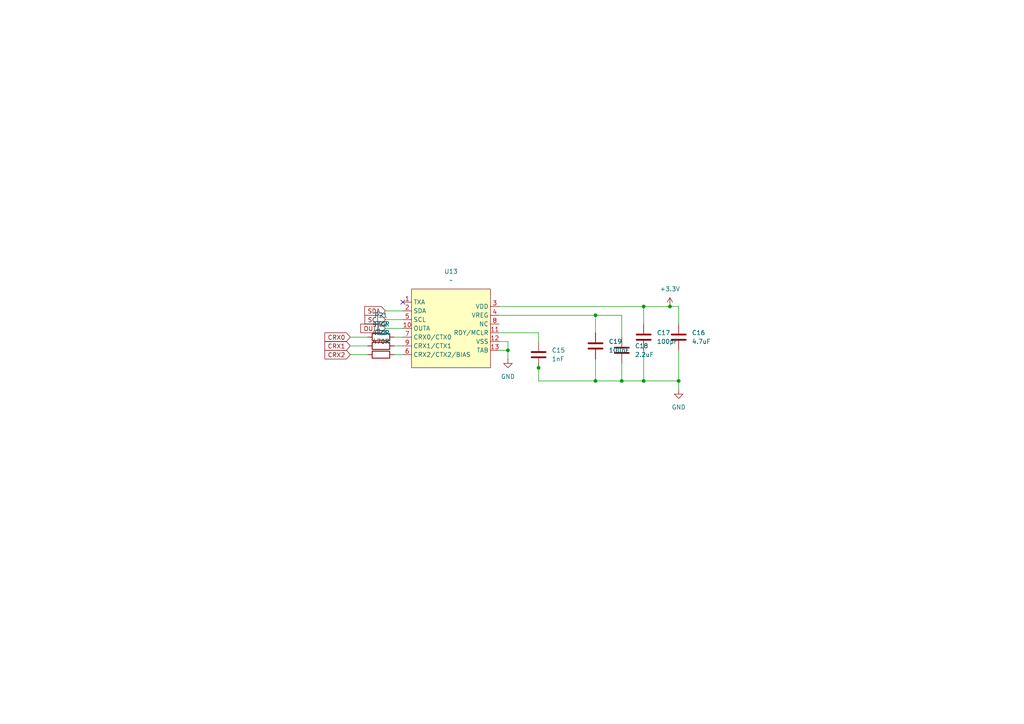
<source format=kicad_sch>
(kicad_sch (version 20250114) (generator "eeschema") (generator_version "9.0")
  (paper "A4")
  (lib_symbols
    (symbol "Device:C" (pin_numbers (hide yes)) (pin_names (offset 0.254))
      (property "Reference" "C" (at 0.635 2.54 0))
      (property "Value" "C" (at 0.635 -2.54 0))
      (symbol "C_0_1"
        (polyline (pts (xy -2.032 0.762) (xy 2.032 0.762)) (stroke (width 0.508)))
        (polyline (pts (xy -2.032 -0.762) (xy 2.032 -0.762)) (stroke (width 0.508)))
      )
      (symbol "C_1_1"
        (pin passive line (at 0 3.81 270) (length 2.794) (name "~") (number "1"))
        (pin passive line (at 0 -3.81 90) (length 2.794) (name "~") (number "2"))
      )
    )
    (symbol "Device:R" (pin_numbers (hide yes)) (pin_names (offset 0))
      (property "Reference" "R" (at 2.032 0 90))
      (property "Value" "R" (at 0 0 90))
      (symbol "R_0_1"
        (rectangle (start -1.016 -2.54) (end 1.016 2.54) (stroke (width 0.254)))
      )
      (symbol "R_1_1"
        (pin passive line (at 0 3.81 270) (length 1.27) (name "~") (number "1"))
        (pin passive line (at 0 -3.81 90) (length 1.27) (name "~") (number "2"))
      )
    )
    (symbol "Power_Supervisor:IQS323-DFN-12N"
      (property "Reference" "U" (at 0 0 0))
      (symbol "IQS323-DFN-12N_1_1"
        (rectangle (start -11.43 -1.27) (end 11.43 -24.13) (fill (type background)))
        (pin input line (at -13.97 -5.08 0) (length 2.54) (name "TXA") (number "1"))
        (pin input line (at -13.97 -7.62 0) (length 2.54) (name "SDA") (number "2"))
        (pin input line (at -13.97 -10.16 0) (length 2.54) (name "SCL") (number "5"))
        (pin input line (at -13.97 -12.7 0) (length 2.54) (name "OUTA") (number "10"))
        (pin input line (at -13.97 -15.24 0) (length 2.54) (name "CRX0/CTX0") (number "7"))
        (pin input line (at -13.97 -17.78 0) (length 2.54) (name "CRX1/CTX1") (number "9"))
        (pin input line (at -13.97 -20.32 0) (length 2.54) (name "CRX2/CTX2/BIAS") (number "6"))
        (pin input line (at 13.97 -6.35 180) (length 2.54) (name "VDD") (number "3"))
        (pin input line (at 13.97 -8.89 180) (length 2.54) (name "VREG") (number "4"))
        (pin input line (at 13.97 -11.43 180) (length 2.54) (name "NC") (number "8"))
        (pin input line (at 13.97 -13.97 180) (length 2.54) (name "RDY/MCLR") (number "11"))
        (pin input line (at 13.97 -16.51 180) (length 2.54) (name "VSS") (number "12"))
        (pin input line (at 13.97 -19.05 180) (length 2.54) (name "TAB") (number "13"))
      )
    )
    (symbol "power:+3.3V" (power) (pin_numbers (hide yes)) (pin_names (offset 0) (hide yes))
      (property "Value" "+3.3V" (at 0 3.556 0))
      (symbol "+3.3V_0_1"
        (polyline (pts (xy -0.762 1.27) (xy 0 2.54)))
        (polyline (pts (xy 0 2.54) (xy 0.762 1.27)))
        (polyline (pts (xy 0 0) (xy 0 2.54)))
      )
      (symbol "+3.3V_1_1"
        (pin power_in line (at 0 0 90) (length 0) (name "~") (number "1"))
      )
    )
    (symbol "power:GND" (power) (pin_numbers (hide yes)) (pin_names (offset 0) (hide yes))
      (property "Value" "GND" (at 0 -3.81 0))
      (symbol "GND_0_1"
        (polyline (pts (xy 0 0) (xy 0 -1.27) (xy 1.27 -1.27) (xy 0 -2.54) (xy -1.27 -1.27) (xy 0 -1.27)))
      )
      (symbol "GND_1_1"
        (pin power_in line (at 0 0 270) (length 0) (name "~") (number "1"))
      )
    )
  )
  (junction (at 186.69 110.49))
  (junction (at 172.72 110.49))
  (junction (at 180.34 110.49))
  (junction (at 196.85 110.49))
  (junction (at 194.31 88.9))
  (junction (at 147.32 101.6))
  (junction (at 172.72 91.44))
  (junction (at 156.21 106.68))
  (junction (at 186.69 88.9))
  (no_connect (at 116.84 87.63))
  (wire (pts (xy 144.78 99.06) (xy 147.32 99.06)))
  (wire (pts (xy 180.34 91.44) (xy 180.34 97.79)))
  (wire (pts (xy 101.6 102.87) (xy 106.68 102.87)))
  (wire (pts (xy 144.78 96.52) (xy 156.21 96.52)))
  (wire (pts (xy 186.69 101.6) (xy 186.69 110.49)))
  (wire (pts (xy 114.3 100.33) (xy 116.84 100.33)))
  (wire (pts (xy 144.78 88.9) (xy 186.69 88.9)))
  (wire (pts (xy 156.21 106.68) (xy 156.21 110.49)))
  (wire (pts (xy 172.72 91.44) (xy 172.72 96.52)))
  (wire (pts (xy 114.3 97.79) (xy 116.84 97.79)))
  (wire (pts (xy 186.69 88.9) (xy 194.31 88.9)))
  (wire (pts (xy 172.72 110.49) (xy 180.34 110.49)))
  (wire (pts (xy 156.21 105.41) (xy 156.21 106.68)))
  (wire (pts (xy 156.21 96.52) (xy 156.21 99.06)))
  (wire (pts (xy 101.6 100.33) (xy 106.68 100.33)))
  (wire (pts (xy 186.69 88.9) (xy 186.69 93.98)))
  (wire (pts (xy 196.85 101.6) (xy 196.85 110.49)))
  (wire (pts (xy 180.34 110.49) (xy 186.69 110.49)))
  (wire (pts (xy 101.6 97.79) (xy 106.68 97.79)))
  (wire (pts (xy 111.76 95.25) (xy 116.84 95.25)))
  (wire (pts (xy 196.85 88.9) (xy 196.85 93.98)))
  (wire (pts (xy 147.32 99.06) (xy 147.32 101.6)))
  (wire (pts (xy 156.21 110.49) (xy 172.72 110.49)))
  (wire (pts (xy 172.72 91.44) (xy 180.34 91.44)))
  (wire (pts (xy 111.76 92.71) (xy 116.84 92.71)))
  (wire (pts (xy 194.31 88.9) (xy 196.85 88.9)))
  (wire (pts (xy 180.34 105.41) (xy 180.34 110.49)))
  (wire (pts (xy 172.72 104.14) (xy 172.72 110.49)))
  (wire (pts (xy 144.78 91.44) (xy 172.72 91.44)))
  (wire (pts (xy 114.3 102.87) (xy 116.84 102.87)))
  (wire (pts (xy 196.85 110.49) (xy 196.85 113.03)))
  (wire (pts (xy 186.69 110.49) (xy 196.85 110.49)))
  (wire (pts (xy 144.78 101.6) (xy 147.32 101.6)))
  (wire (pts (xy 147.32 101.6) (xy 147.32 104.14)))
  (wire (pts (xy 111.76 90.17) (xy 116.84 90.17)))
  (global_label "SDA" (shape input) (at 111.76 90.17 180) (property "Intersheetrefs" "${INTERSHEET_REFS}" (effects (hide yes))))
  (global_label "OUTA" (shape input) (at 111.76 95.25 180) (property "Intersheetrefs" "${INTERSHEET_REFS}" (effects (hide yes))))
  (global_label "CRX0" (shape input) (at 101.6 97.79 180) (property "Intersheetrefs" "${INTERSHEET_REFS}" (effects (hide yes))))
  (global_label "CRX1" (shape input) (at 101.6 100.33 180) (property "Intersheetrefs" "${INTERSHEET_REFS}" (effects (hide yes))))
  (global_label "CRX2" (shape input) (at 101.6 102.87 180) (property "Intersheetrefs" "${INTERSHEET_REFS}" (effects (hide yes))))
  (global_label "SCL" (shape input) (at 111.76 92.71 180) (property "Intersheetrefs" "${INTERSHEET_REFS}" (effects (hide yes))))
  (symbol (lib_id "Device:C") (at 186.69 97.79 0) (unit 1)
    (property "Reference" "C17" (at 190.5 96.5199 0) (effects (justify left)))
    (property "Value" "100pF" (at 190.5 99.0599 0) (effects (justify left)))
    (property "Footprint" "Capacitor_SMD:C_0603_1608Metric" (effects (hide yes)))
    (property "Description" "Unpolarized capacitor" (effects (hide yes)))
  )
  (symbol (lib_id "Device:C") (at 156.21 102.87 0) (unit 1)
    (property "Reference" "C15" (at 160.02 101.5999 0) (effects (justify left)))
    (property "Value" "1nF" (at 160.02 104.1399 0) (effects (justify left)))
    (property "Footprint" "Capacitor_SMD:C_0603_1608Metric" (effects (hide yes)))
    (property "Description" "Unpolarized capacitor" (effects (hide yes)))
  )
  (symbol (lib_id "Device:C") (at 196.85 97.79 0) (unit 1)
    (property "Reference" "C16" (at 200.66 96.5199 0) (effects (justify left)))
    (property "Value" "4.7uF" (at 200.66 99.0599 0) (effects (justify left)))
    (property "Footprint" "Capacitor_SMD:C_0402_1005Metric" (effects (hide yes)))
    (property "Description" "Unpolarized capacitor" (effects (hide yes)))
  )
  (symbol (lib_id "power:+3.3V") (at 194.31 88.9 0) (unit 1)
    (property "Reference" "#PWR066" (effects (hide yes)))
    (property "Value" "+3.3V" (at 194.31 83.82 0))
    (property "Description" "Power symbol creates a global label with name \"+3.3V\"" (effects (hide yes)))
  )
  (symbol (lib_id "Device:C") (at 172.72 100.33 0) (unit 1)
    (property "Reference" "C19" (at 176.53 99.0599 0) (effects (justify left)))
    (property "Value" "100pF" (at 176.53 101.5999 0) (effects (justify left)))
    (property "Footprint" "Capacitor_SMD:C_0603_1608Metric" (effects (hide yes)))
    (property "Description" "Unpolarized capacitor" (effects (hide yes)))
  )
  (symbol (lib_id "Power_Supervisor:IQS323-DFN-12N") (at 130.81 82.55 0) (unit 1)
    (property "Reference" "U13" (at 130.81 78.74 0))
    (property "Value" "~" (at 130.81 81.28 0))
    (property "Footprint" "Package_DFN_QFN:DFN-12-1EP_3x3mm_P0.5mm_EP1.6x2.5mm" (effects (hide yes)))
  )
  (symbol (lib_id "Device:R") (at 110.49 97.79 90) (unit 1)
    (property "Reference" "R21" (at 110.49 91.44 90))
    (property "Value" "470R" (at 110.49 93.98 90))
    (property "Footprint" "Resistor_SMD:R_0402_1005Metric" (effects (hide yes)))
    (property "Description" "Resistor" (effects (hide yes)))
  )
  (symbol (lib_id "power:GND") (at 196.85 113.03 0) (unit 1)
    (property "Reference" "#PWR067" (effects (hide yes)))
    (property "Value" "GND" (at 196.85 118.11 0))
    (property "Description" "Power symbol creates a global label with name \"GND\" , ground" (effects (hide yes)))
  )
  (symbol (lib_id "Device:R") (at 110.49 100.33 90) (unit 1)
    (property "Reference" "R22" (at 110.49 93.98 90))
    (property "Value" "470R" (at 110.49 96.52 90))
    (property "Footprint" "Resistor_SMD:R_0402_1005Metric" (effects (hide yes)))
    (property "Description" "Resistor" (effects (hide yes)))
  )
  (symbol (lib_id "power:GND") (at 147.32 104.14 0) (unit 1)
    (property "Reference" "#PWR065" (effects (hide yes)))
    (property "Value" "GND" (at 147.32 109.22 0))
    (property "Description" "Power symbol creates a global label with name \"GND\" , ground" (effects (hide yes)))
  )
  (symbol (lib_id "Device:C") (at 180.34 101.6 0) (unit 1)
    (property "Reference" "C18" (at 184.15 100.3299 0) (effects (justify left)))
    (property "Value" "2.2uF" (at 184.15 102.8699 0) (effects (justify left)))
    (property "Footprint" "Capacitor_SMD:C_0603_1608Metric" (effects (hide yes)))
    (property "Description" "Unpolarized capacitor" (effects (hide yes)))
  )
  (symbol (lib_id "Device:R") (at 110.49 102.87 90) (unit 1)
    (property "Reference" "R23" (at 110.49 96.52 90))
    (property "Value" "470R" (at 110.49 99.06 90))
    (property "Footprint" "Resistor_SMD:R_0402_1005Metric" (effects (hide yes)))
    (property "Description" "Resistor" (effects (hide yes)))
  )
)
</source>
